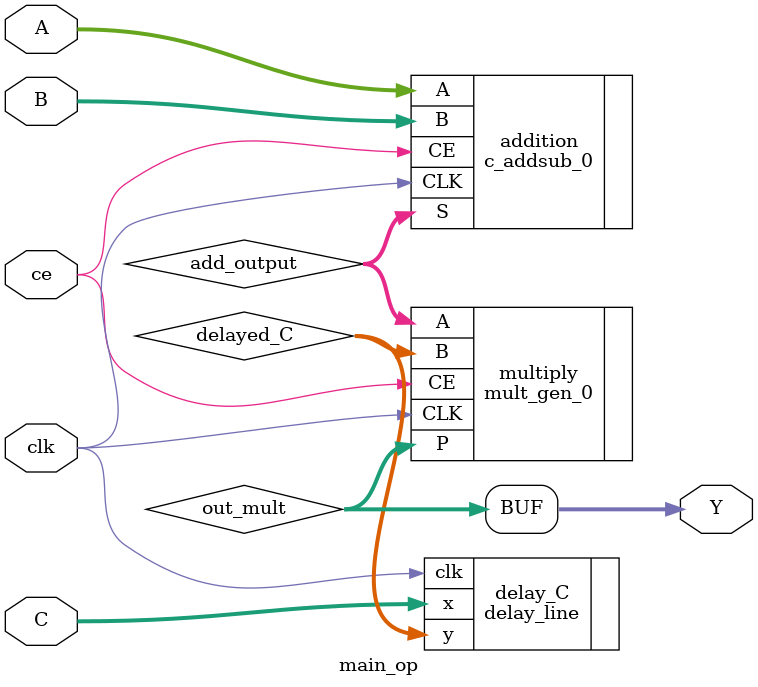
<source format=v>
`timescale 1ns / 1ps

// Total latency - #7
module main_op(
    input clk,
    input ce,
    input [19:0]A,
    input [19:0]B,
    input [19:0]C,
    output [40:0]Y
    );
    // Latency - #2
    c_addsub_0 addition(
        .A(A),
        .B(B),
        .CLK(clk),
        .CE(ce),
        .S(add_output)
    );
    // Latency - #2
    delay_line delay_C(
        .clk(clk),
        .x(C),
        .y(delayed_C)
    );
    
    // Latency - #5 (?)
    mult_gen_0 multiply(
        .A(add_output),
        .B(delayed_C),
        .CLK(clk),
        .CE(ce),
        .P(out_mult)
    );
    
    wire [20:0] add_output;
    wire [19:0] delayed_C;
    wire [40:0] out_mult;
    
    assign Y=out_mult;    
endmodule

</source>
